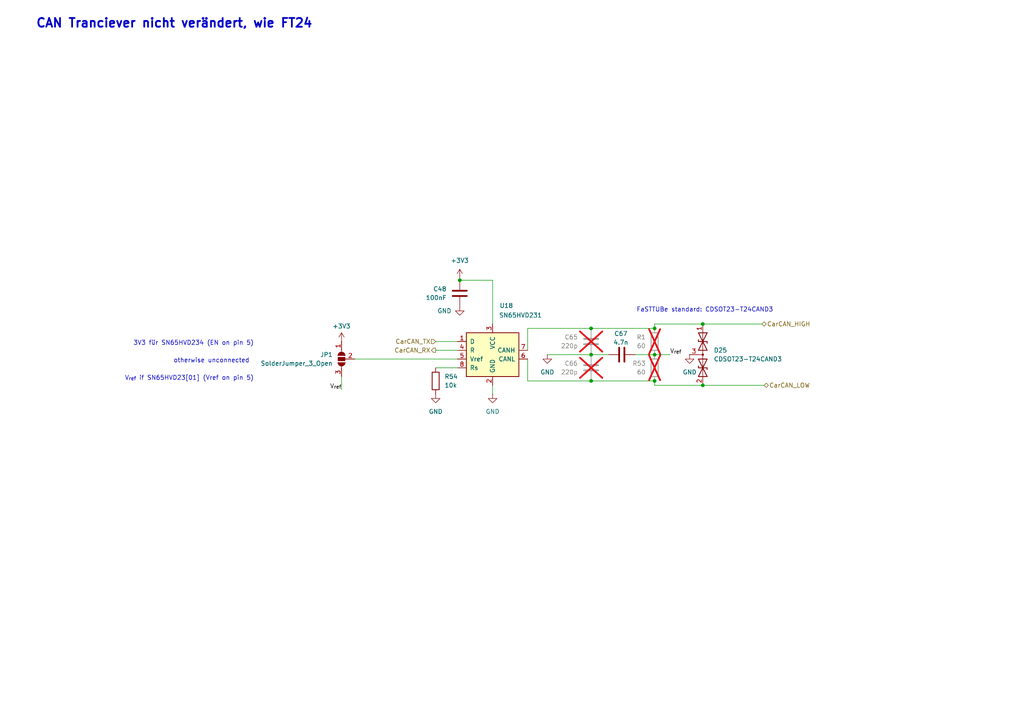
<source format=kicad_sch>
(kicad_sch
	(version 20231120)
	(generator "eeschema")
	(generator_version "8.0")
	(uuid "9190c4c5-63e1-4629-8db2-dfb6366efa21")
	(paper "A4")
	(lib_symbols
		(symbol "Device:C"
			(pin_numbers hide)
			(pin_names
				(offset 0.254)
			)
			(exclude_from_sim no)
			(in_bom yes)
			(on_board yes)
			(property "Reference" "C"
				(at 0.635 2.54 0)
				(effects
					(font
						(size 1.27 1.27)
					)
					(justify left)
				)
			)
			(property "Value" "C"
				(at 0.635 -2.54 0)
				(effects
					(font
						(size 1.27 1.27)
					)
					(justify left)
				)
			)
			(property "Footprint" ""
				(at 0.9652 -3.81 0)
				(effects
					(font
						(size 1.27 1.27)
					)
					(hide yes)
				)
			)
			(property "Datasheet" "~"
				(at 0 0 0)
				(effects
					(font
						(size 1.27 1.27)
					)
					(hide yes)
				)
			)
			(property "Description" "Unpolarized capacitor"
				(at 0 0 0)
				(effects
					(font
						(size 1.27 1.27)
					)
					(hide yes)
				)
			)
			(property "ki_keywords" "cap capacitor"
				(at 0 0 0)
				(effects
					(font
						(size 1.27 1.27)
					)
					(hide yes)
				)
			)
			(property "ki_fp_filters" "C_*"
				(at 0 0 0)
				(effects
					(font
						(size 1.27 1.27)
					)
					(hide yes)
				)
			)
			(symbol "C_0_1"
				(polyline
					(pts
						(xy -2.032 -0.762) (xy 2.032 -0.762)
					)
					(stroke
						(width 0.508)
						(type default)
					)
					(fill
						(type none)
					)
				)
				(polyline
					(pts
						(xy -2.032 0.762) (xy 2.032 0.762)
					)
					(stroke
						(width 0.508)
						(type default)
					)
					(fill
						(type none)
					)
				)
			)
			(symbol "C_1_1"
				(pin passive line
					(at 0 3.81 270)
					(length 2.794)
					(name "~"
						(effects
							(font
								(size 1.27 1.27)
							)
						)
					)
					(number "1"
						(effects
							(font
								(size 1.27 1.27)
							)
						)
					)
				)
				(pin passive line
					(at 0 -3.81 90)
					(length 2.794)
					(name "~"
						(effects
							(font
								(size 1.27 1.27)
							)
						)
					)
					(number "2"
						(effects
							(font
								(size 1.27 1.27)
							)
						)
					)
				)
			)
		)
		(symbol "Device:D_TVS_Dual_AAC"
			(pin_names
				(offset 1.016) hide)
			(exclude_from_sim no)
			(in_bom yes)
			(on_board yes)
			(property "Reference" "D"
				(at 0 4.445 0)
				(effects
					(font
						(size 1.27 1.27)
					)
				)
			)
			(property "Value" "D_TVS_Dual_AAC"
				(at 0 2.54 0)
				(effects
					(font
						(size 1.27 1.27)
					)
				)
			)
			(property "Footprint" ""
				(at -3.81 0 0)
				(effects
					(font
						(size 1.27 1.27)
					)
					(hide yes)
				)
			)
			(property "Datasheet" "~"
				(at -3.81 0 0)
				(effects
					(font
						(size 1.27 1.27)
					)
					(hide yes)
				)
			)
			(property "Description" "Bidirectional dual transient-voltage-suppression diode, center on pin 3"
				(at 0 0 0)
				(effects
					(font
						(size 1.27 1.27)
					)
					(hide yes)
				)
			)
			(property "ki_keywords" "diode TVS thyrector"
				(at 0 0 0)
				(effects
					(font
						(size 1.27 1.27)
					)
					(hide yes)
				)
			)
			(symbol "D_TVS_Dual_AAC_0_0"
				(polyline
					(pts
						(xy 0 -1.27) (xy 0 0)
					)
					(stroke
						(width 0)
						(type default)
					)
					(fill
						(type none)
					)
				)
			)
			(symbol "D_TVS_Dual_AAC_0_1"
				(polyline
					(pts
						(xy -6.35 0) (xy 6.35 0)
					)
					(stroke
						(width 0)
						(type default)
					)
					(fill
						(type none)
					)
				)
				(polyline
					(pts
						(xy -3.302 1.27) (xy -3.81 1.27) (xy -3.81 -1.27) (xy -4.318 -1.27)
					)
					(stroke
						(width 0.254)
						(type default)
					)
					(fill
						(type none)
					)
				)
				(polyline
					(pts
						(xy 4.318 1.27) (xy 3.81 1.27) (xy 3.81 -1.27) (xy 3.302 -1.27)
					)
					(stroke
						(width 0.254)
						(type default)
					)
					(fill
						(type none)
					)
				)
				(polyline
					(pts
						(xy -6.35 1.27) (xy -1.27 -1.27) (xy -1.27 1.27) (xy -6.35 -1.27) (xy -6.35 1.27)
					)
					(stroke
						(width 0.254)
						(type default)
					)
					(fill
						(type none)
					)
				)
				(polyline
					(pts
						(xy 6.35 1.27) (xy 1.27 -1.27) (xy 1.27 1.27) (xy 6.35 -1.27) (xy 6.35 1.27)
					)
					(stroke
						(width 0.254)
						(type default)
					)
					(fill
						(type none)
					)
				)
				(circle
					(center 0 0)
					(radius 0.254)
					(stroke
						(width 0)
						(type default)
					)
					(fill
						(type outline)
					)
				)
			)
			(symbol "D_TVS_Dual_AAC_1_1"
				(pin passive line
					(at -8.89 0 0)
					(length 2.54)
					(name "A1"
						(effects
							(font
								(size 1.27 1.27)
							)
						)
					)
					(number "1"
						(effects
							(font
								(size 1.27 1.27)
							)
						)
					)
				)
				(pin passive line
					(at 8.89 0 180)
					(length 2.54)
					(name "A2"
						(effects
							(font
								(size 1.27 1.27)
							)
						)
					)
					(number "2"
						(effects
							(font
								(size 1.27 1.27)
							)
						)
					)
				)
				(pin passive line
					(at 0 -3.81 90)
					(length 2.54)
					(name "common"
						(effects
							(font
								(size 1.27 1.27)
							)
						)
					)
					(number "3"
						(effects
							(font
								(size 1.27 1.27)
							)
						)
					)
				)
			)
		)
		(symbol "Device:R"
			(pin_numbers hide)
			(pin_names
				(offset 0)
			)
			(exclude_from_sim no)
			(in_bom yes)
			(on_board yes)
			(property "Reference" "R"
				(at 2.032 0 90)
				(effects
					(font
						(size 1.27 1.27)
					)
				)
			)
			(property "Value" "R"
				(at 0 0 90)
				(effects
					(font
						(size 1.27 1.27)
					)
				)
			)
			(property "Footprint" ""
				(at -1.778 0 90)
				(effects
					(font
						(size 1.27 1.27)
					)
					(hide yes)
				)
			)
			(property "Datasheet" "~"
				(at 0 0 0)
				(effects
					(font
						(size 1.27 1.27)
					)
					(hide yes)
				)
			)
			(property "Description" "Resistor"
				(at 0 0 0)
				(effects
					(font
						(size 1.27 1.27)
					)
					(hide yes)
				)
			)
			(property "ki_keywords" "R res resistor"
				(at 0 0 0)
				(effects
					(font
						(size 1.27 1.27)
					)
					(hide yes)
				)
			)
			(property "ki_fp_filters" "R_*"
				(at 0 0 0)
				(effects
					(font
						(size 1.27 1.27)
					)
					(hide yes)
				)
			)
			(symbol "R_0_1"
				(rectangle
					(start -1.016 -2.54)
					(end 1.016 2.54)
					(stroke
						(width 0.254)
						(type default)
					)
					(fill
						(type none)
					)
				)
			)
			(symbol "R_1_1"
				(pin passive line
					(at 0 3.81 270)
					(length 1.27)
					(name "~"
						(effects
							(font
								(size 1.27 1.27)
							)
						)
					)
					(number "1"
						(effects
							(font
								(size 1.27 1.27)
							)
						)
					)
				)
				(pin passive line
					(at 0 -3.81 90)
					(length 1.27)
					(name "~"
						(effects
							(font
								(size 1.27 1.27)
							)
						)
					)
					(number "2"
						(effects
							(font
								(size 1.27 1.27)
							)
						)
					)
				)
			)
		)
		(symbol "Interface_CAN_LIN:SN65HVD231"
			(pin_names
				(offset 1.016)
			)
			(exclude_from_sim no)
			(in_bom yes)
			(on_board yes)
			(property "Reference" "U"
				(at -2.54 10.16 0)
				(effects
					(font
						(size 1.27 1.27)
					)
					(justify right)
				)
			)
			(property "Value" "SN65HVD231"
				(at -2.54 7.62 0)
				(effects
					(font
						(size 1.27 1.27)
					)
					(justify right)
				)
			)
			(property "Footprint" "Package_SO:SOIC-8_3.9x4.9mm_P1.27mm"
				(at 0 -12.7 0)
				(effects
					(font
						(size 1.27 1.27)
					)
					(hide yes)
				)
			)
			(property "Datasheet" "http://www.ti.com/lit/ds/symlink/sn65hvd230.pdf"
				(at -2.54 10.16 0)
				(effects
					(font
						(size 1.27 1.27)
					)
					(hide yes)
				)
			)
			(property "Description" "CAN Bus Transceivers, 3.3V, 1Mbps,Ultra Low-Power capabilities, SOIC-8"
				(at 0 0 0)
				(effects
					(font
						(size 1.27 1.27)
					)
					(hide yes)
				)
			)
			(property "ki_keywords" "can transeiver ti ulp low-power"
				(at 0 0 0)
				(effects
					(font
						(size 1.27 1.27)
					)
					(hide yes)
				)
			)
			(property "ki_fp_filters" "SOIC*3.9x4.9mm*P1.27mm*"
				(at 0 0 0)
				(effects
					(font
						(size 1.27 1.27)
					)
					(hide yes)
				)
			)
			(symbol "SN65HVD231_0_1"
				(rectangle
					(start -7.62 5.08)
					(end 7.62 -7.62)
					(stroke
						(width 0.254)
						(type default)
					)
					(fill
						(type background)
					)
				)
			)
			(symbol "SN65HVD231_1_1"
				(pin input line
					(at -10.16 2.54 0)
					(length 2.54)
					(name "D"
						(effects
							(font
								(size 1.27 1.27)
							)
						)
					)
					(number "1"
						(effects
							(font
								(size 1.27 1.27)
							)
						)
					)
				)
				(pin power_in line
					(at 0 -10.16 90)
					(length 2.54)
					(name "GND"
						(effects
							(font
								(size 1.27 1.27)
							)
						)
					)
					(number "2"
						(effects
							(font
								(size 1.27 1.27)
							)
						)
					)
				)
				(pin power_in line
					(at 0 7.62 270)
					(length 2.54)
					(name "VCC"
						(effects
							(font
								(size 1.27 1.27)
							)
						)
					)
					(number "3"
						(effects
							(font
								(size 1.27 1.27)
							)
						)
					)
				)
				(pin output line
					(at -10.16 0 0)
					(length 2.54)
					(name "R"
						(effects
							(font
								(size 1.27 1.27)
							)
						)
					)
					(number "4"
						(effects
							(font
								(size 1.27 1.27)
							)
						)
					)
				)
				(pin output line
					(at -10.16 -2.54 0)
					(length 2.54)
					(name "Vref"
						(effects
							(font
								(size 1.27 1.27)
							)
						)
					)
					(number "5"
						(effects
							(font
								(size 1.27 1.27)
							)
						)
					)
				)
				(pin bidirectional line
					(at 10.16 -2.54 180)
					(length 2.54)
					(name "CANL"
						(effects
							(font
								(size 1.27 1.27)
							)
						)
					)
					(number "6"
						(effects
							(font
								(size 1.27 1.27)
							)
						)
					)
				)
				(pin bidirectional line
					(at 10.16 0 180)
					(length 2.54)
					(name "CANH"
						(effects
							(font
								(size 1.27 1.27)
							)
						)
					)
					(number "7"
						(effects
							(font
								(size 1.27 1.27)
							)
						)
					)
				)
				(pin input line
					(at -10.16 -5.08 0)
					(length 2.54)
					(name "Rs"
						(effects
							(font
								(size 1.27 1.27)
							)
						)
					)
					(number "8"
						(effects
							(font
								(size 1.27 1.27)
							)
						)
					)
				)
			)
		)
		(symbol "Jumper:SolderJumper_3_Open"
			(pin_names
				(offset 0) hide)
			(exclude_from_sim no)
			(in_bom yes)
			(on_board yes)
			(property "Reference" "JP"
				(at -2.54 -2.54 0)
				(effects
					(font
						(size 1.27 1.27)
					)
				)
			)
			(property "Value" "SolderJumper_3_Open"
				(at 0 2.794 0)
				(effects
					(font
						(size 1.27 1.27)
					)
				)
			)
			(property "Footprint" ""
				(at 0 0 0)
				(effects
					(font
						(size 1.27 1.27)
					)
					(hide yes)
				)
			)
			(property "Datasheet" "~"
				(at 0 0 0)
				(effects
					(font
						(size 1.27 1.27)
					)
					(hide yes)
				)
			)
			(property "Description" "Solder Jumper, 3-pole, open"
				(at 0 0 0)
				(effects
					(font
						(size 1.27 1.27)
					)
					(hide yes)
				)
			)
			(property "ki_keywords" "Solder Jumper SPDT"
				(at 0 0 0)
				(effects
					(font
						(size 1.27 1.27)
					)
					(hide yes)
				)
			)
			(property "ki_fp_filters" "SolderJumper*Open*"
				(at 0 0 0)
				(effects
					(font
						(size 1.27 1.27)
					)
					(hide yes)
				)
			)
			(symbol "SolderJumper_3_Open_0_1"
				(arc
					(start -1.016 1.016)
					(mid -2.0276 0)
					(end -1.016 -1.016)
					(stroke
						(width 0)
						(type default)
					)
					(fill
						(type none)
					)
				)
				(arc
					(start -1.016 1.016)
					(mid -2.0276 0)
					(end -1.016 -1.016)
					(stroke
						(width 0)
						(type default)
					)
					(fill
						(type outline)
					)
				)
				(rectangle
					(start -0.508 1.016)
					(end 0.508 -1.016)
					(stroke
						(width 0)
						(type default)
					)
					(fill
						(type outline)
					)
				)
				(polyline
					(pts
						(xy -2.54 0) (xy -2.032 0)
					)
					(stroke
						(width 0)
						(type default)
					)
					(fill
						(type none)
					)
				)
				(polyline
					(pts
						(xy -1.016 1.016) (xy -1.016 -1.016)
					)
					(stroke
						(width 0)
						(type default)
					)
					(fill
						(type none)
					)
				)
				(polyline
					(pts
						(xy 0 -1.27) (xy 0 -1.016)
					)
					(stroke
						(width 0)
						(type default)
					)
					(fill
						(type none)
					)
				)
				(polyline
					(pts
						(xy 1.016 1.016) (xy 1.016 -1.016)
					)
					(stroke
						(width 0)
						(type default)
					)
					(fill
						(type none)
					)
				)
				(polyline
					(pts
						(xy 2.54 0) (xy 2.032 0)
					)
					(stroke
						(width 0)
						(type default)
					)
					(fill
						(type none)
					)
				)
				(arc
					(start 1.016 -1.016)
					(mid 2.0276 0)
					(end 1.016 1.016)
					(stroke
						(width 0)
						(type default)
					)
					(fill
						(type none)
					)
				)
				(arc
					(start 1.016 -1.016)
					(mid 2.0276 0)
					(end 1.016 1.016)
					(stroke
						(width 0)
						(type default)
					)
					(fill
						(type outline)
					)
				)
			)
			(symbol "SolderJumper_3_Open_1_1"
				(pin passive line
					(at -5.08 0 0)
					(length 2.54)
					(name "A"
						(effects
							(font
								(size 1.27 1.27)
							)
						)
					)
					(number "1"
						(effects
							(font
								(size 1.27 1.27)
							)
						)
					)
				)
				(pin passive line
					(at 0 -3.81 90)
					(length 2.54)
					(name "C"
						(effects
							(font
								(size 1.27 1.27)
							)
						)
					)
					(number "2"
						(effects
							(font
								(size 1.27 1.27)
							)
						)
					)
				)
				(pin passive line
					(at 5.08 0 180)
					(length 2.54)
					(name "B"
						(effects
							(font
								(size 1.27 1.27)
							)
						)
					)
					(number "3"
						(effects
							(font
								(size 1.27 1.27)
							)
						)
					)
				)
			)
		)
		(symbol "power:+3V3"
			(power)
			(pin_numbers hide)
			(pin_names
				(offset 0) hide)
			(exclude_from_sim no)
			(in_bom yes)
			(on_board yes)
			(property "Reference" "#PWR"
				(at 0 -3.81 0)
				(effects
					(font
						(size 1.27 1.27)
					)
					(hide yes)
				)
			)
			(property "Value" "+3V3"
				(at 0 3.556 0)
				(effects
					(font
						(size 1.27 1.27)
					)
				)
			)
			(property "Footprint" ""
				(at 0 0 0)
				(effects
					(font
						(size 1.27 1.27)
					)
					(hide yes)
				)
			)
			(property "Datasheet" ""
				(at 0 0 0)
				(effects
					(font
						(size 1.27 1.27)
					)
					(hide yes)
				)
			)
			(property "Description" "Power symbol creates a global label with name \"+3V3\""
				(at 0 0 0)
				(effects
					(font
						(size 1.27 1.27)
					)
					(hide yes)
				)
			)
			(property "ki_keywords" "global power"
				(at 0 0 0)
				(effects
					(font
						(size 1.27 1.27)
					)
					(hide yes)
				)
			)
			(symbol "+3V3_0_1"
				(polyline
					(pts
						(xy -0.762 1.27) (xy 0 2.54)
					)
					(stroke
						(width 0)
						(type default)
					)
					(fill
						(type none)
					)
				)
				(polyline
					(pts
						(xy 0 0) (xy 0 2.54)
					)
					(stroke
						(width 0)
						(type default)
					)
					(fill
						(type none)
					)
				)
				(polyline
					(pts
						(xy 0 2.54) (xy 0.762 1.27)
					)
					(stroke
						(width 0)
						(type default)
					)
					(fill
						(type none)
					)
				)
			)
			(symbol "+3V3_1_1"
				(pin power_in line
					(at 0 0 90)
					(length 0)
					(name "~"
						(effects
							(font
								(size 1.27 1.27)
							)
						)
					)
					(number "1"
						(effects
							(font
								(size 1.27 1.27)
							)
						)
					)
				)
			)
		)
		(symbol "power:GND"
			(power)
			(pin_numbers hide)
			(pin_names
				(offset 0) hide)
			(exclude_from_sim no)
			(in_bom yes)
			(on_board yes)
			(property "Reference" "#PWR"
				(at 0 -6.35 0)
				(effects
					(font
						(size 1.27 1.27)
					)
					(hide yes)
				)
			)
			(property "Value" "GND"
				(at 0 -3.81 0)
				(effects
					(font
						(size 1.27 1.27)
					)
				)
			)
			(property "Footprint" ""
				(at 0 0 0)
				(effects
					(font
						(size 1.27 1.27)
					)
					(hide yes)
				)
			)
			(property "Datasheet" ""
				(at 0 0 0)
				(effects
					(font
						(size 1.27 1.27)
					)
					(hide yes)
				)
			)
			(property "Description" "Power symbol creates a global label with name \"GND\" , ground"
				(at 0 0 0)
				(effects
					(font
						(size 1.27 1.27)
					)
					(hide yes)
				)
			)
			(property "ki_keywords" "global power"
				(at 0 0 0)
				(effects
					(font
						(size 1.27 1.27)
					)
					(hide yes)
				)
			)
			(symbol "GND_0_1"
				(polyline
					(pts
						(xy 0 0) (xy 0 -1.27) (xy 1.27 -1.27) (xy 0 -2.54) (xy -1.27 -1.27) (xy 0 -1.27)
					)
					(stroke
						(width 0)
						(type default)
					)
					(fill
						(type none)
					)
				)
			)
			(symbol "GND_1_1"
				(pin power_in line
					(at 0 0 270)
					(length 0)
					(name "~"
						(effects
							(font
								(size 1.27 1.27)
							)
						)
					)
					(number "1"
						(effects
							(font
								(size 1.27 1.27)
							)
						)
					)
				)
			)
		)
	)
	(junction
		(at 189.865 95.25)
		(diameter 0)
		(color 0 0 0 0)
		(uuid "6692643b-1551-4d66-b59f-1f19cbbd50c2")
	)
	(junction
		(at 203.835 111.76)
		(diameter 0)
		(color 0 0 0 0)
		(uuid "7b872a2b-fa11-42f6-a519-5832243ad2bc")
	)
	(junction
		(at 171.45 110.49)
		(diameter 0)
		(color 0 0 0 0)
		(uuid "7f844039-f341-4916-8ad7-d5c2f6755edc")
	)
	(junction
		(at 189.865 110.49)
		(diameter 0)
		(color 0 0 0 0)
		(uuid "ab67573d-e89a-4b61-a577-44839879fc81")
	)
	(junction
		(at 171.45 95.25)
		(diameter 0)
		(color 0 0 0 0)
		(uuid "d9080f43-9120-4e40-8b0c-171671113df6")
	)
	(junction
		(at 171.45 102.87)
		(diameter 0)
		(color 0 0 0 0)
		(uuid "e945b967-bd89-4cc5-9ddf-3789f188e66d")
	)
	(junction
		(at 133.35 81.28)
		(diameter 0)
		(color 0 0 0 0)
		(uuid "efb45b70-fefd-4fb9-948e-a1d098d32e79")
	)
	(junction
		(at 189.865 102.87)
		(diameter 0)
		(color 0 0 0 0)
		(uuid "f3e19f54-f172-4ec0-96ca-64bd651ebac6")
	)
	(junction
		(at 203.835 93.98)
		(diameter 0)
		(color 0 0 0 0)
		(uuid "fe73dd1e-39d5-4d14-80bf-0cfe51662d16")
	)
	(wire
		(pts
			(xy 189.865 110.49) (xy 171.45 110.49)
		)
		(stroke
			(width 0)
			(type default)
		)
		(uuid "00058622-198e-4754-8935-908fd8a67b6b")
	)
	(wire
		(pts
			(xy 126.365 99.06) (xy 132.715 99.06)
		)
		(stroke
			(width 0)
			(type default)
		)
		(uuid "0a642ddc-2a4b-4f45-bac1-166a67596ab3")
	)
	(wire
		(pts
			(xy 99.06 113.03) (xy 99.06 109.22)
		)
		(stroke
			(width 0)
			(type default)
		)
		(uuid "24d23dbf-4be8-4ef6-a8f2-8a9fc95a0ed7")
	)
	(wire
		(pts
			(xy 142.875 114.3) (xy 142.875 111.76)
		)
		(stroke
			(width 0)
			(type default)
		)
		(uuid "5722a3b5-3b54-48b0-aa35-231d64435cfa")
	)
	(wire
		(pts
			(xy 176.53 102.87) (xy 171.45 102.87)
		)
		(stroke
			(width 0)
			(type default)
		)
		(uuid "59b5244d-2a9f-4a60-9dc9-7eb2f432075c")
	)
	(wire
		(pts
			(xy 132.715 104.14) (xy 102.87 104.14)
		)
		(stroke
			(width 0)
			(type default)
		)
		(uuid "5abf4ead-bb88-475c-9594-1de13d37914f")
	)
	(wire
		(pts
			(xy 194.31 102.87) (xy 189.865 102.87)
		)
		(stroke
			(width 0)
			(type default)
		)
		(uuid "61275da5-4cf8-4e46-8569-940c9894815d")
	)
	(wire
		(pts
			(xy 153.035 110.49) (xy 171.45 110.49)
		)
		(stroke
			(width 0)
			(type default)
		)
		(uuid "7013c017-2961-4a31-8e89-b37f84dd4bd1")
	)
	(wire
		(pts
			(xy 203.835 93.98) (xy 220.98 93.98)
		)
		(stroke
			(width 0)
			(type default)
		)
		(uuid "71e7b61d-68d4-4984-aee0-06fa3f98f353")
	)
	(wire
		(pts
			(xy 126.365 101.6) (xy 132.715 101.6)
		)
		(stroke
			(width 0)
			(type default)
		)
		(uuid "72c694d5-903b-4575-9426-619ca646785a")
	)
	(wire
		(pts
			(xy 153.035 104.14) (xy 153.035 110.49)
		)
		(stroke
			(width 0)
			(type default)
		)
		(uuid "7e25e8ff-0187-44f9-935e-cd67102f21b1")
	)
	(wire
		(pts
			(xy 189.865 93.98) (xy 189.865 95.25)
		)
		(stroke
			(width 0)
			(type default)
		)
		(uuid "86eb5745-e891-48b3-90cc-e801b540421b")
	)
	(wire
		(pts
			(xy 133.35 80.645) (xy 133.35 81.28)
		)
		(stroke
			(width 0)
			(type default)
		)
		(uuid "9597851a-1b48-4ef5-acd1-6f2079666d7b")
	)
	(wire
		(pts
			(xy 189.865 111.76) (xy 203.835 111.76)
		)
		(stroke
			(width 0)
			(type default)
		)
		(uuid "9739c444-5a72-4273-8557-260e467709e6")
	)
	(wire
		(pts
			(xy 126.365 106.68) (xy 132.715 106.68)
		)
		(stroke
			(width 0)
			(type default)
		)
		(uuid "a24946ae-0fc3-425c-80cb-259505702da1")
	)
	(wire
		(pts
			(xy 171.45 102.87) (xy 158.75 102.87)
		)
		(stroke
			(width 0)
			(type default)
		)
		(uuid "a562c59c-ad59-4046-b540-ffee51a6fb18")
	)
	(wire
		(pts
			(xy 189.865 102.87) (xy 184.15 102.87)
		)
		(stroke
			(width 0)
			(type default)
		)
		(uuid "ad32708c-9c5a-4266-86f2-d87dd9d0506f")
	)
	(wire
		(pts
			(xy 203.835 111.76) (xy 221.615 111.76)
		)
		(stroke
			(width 0)
			(type default)
		)
		(uuid "c209a855-38d4-40b8-a44f-b27e1c2929ad")
	)
	(wire
		(pts
			(xy 142.875 81.28) (xy 133.35 81.28)
		)
		(stroke
			(width 0)
			(type default)
		)
		(uuid "c29e2090-fe04-4e1f-a68b-4722bd49130d")
	)
	(wire
		(pts
			(xy 189.865 95.25) (xy 171.45 95.25)
		)
		(stroke
			(width 0)
			(type default)
		)
		(uuid "c75424c7-90c6-463b-bb60-9cfe6edd0235")
	)
	(wire
		(pts
			(xy 142.875 81.28) (xy 142.875 93.98)
		)
		(stroke
			(width 0)
			(type default)
		)
		(uuid "cfcc4794-a4b3-4524-b532-616137ba3905")
	)
	(wire
		(pts
			(xy 189.865 111.76) (xy 189.865 110.49)
		)
		(stroke
			(width 0)
			(type default)
		)
		(uuid "d02c2a9a-5567-4e7a-bfe3-25206928e679")
	)
	(wire
		(pts
			(xy 153.035 101.6) (xy 153.035 95.25)
		)
		(stroke
			(width 0)
			(type default)
		)
		(uuid "ec49d497-9763-4eaa-973e-5034f6b1ddf7")
	)
	(wire
		(pts
			(xy 153.035 95.25) (xy 171.45 95.25)
		)
		(stroke
			(width 0)
			(type default)
		)
		(uuid "f0bb57a0-72c6-40f5-8a79-8b03d341ac77")
	)
	(wire
		(pts
			(xy 189.865 93.98) (xy 203.835 93.98)
		)
		(stroke
			(width 0)
			(type default)
		)
		(uuid "ff5d752d-5116-4a78-82e8-9e9d7f7bb98f")
	)
	(text "FaSTTUBe standard: CDSOT23-T24CAND3"
		(exclude_from_sim no)
		(at 224.282 90.678 0)
		(effects
			(font
				(size 1.27 1.27)
			)
			(justify right bottom)
		)
		(uuid "44d782a2-460b-4a59-b935-b124107f5fb1")
	)
	(text "otherwise unconnected"
		(exclude_from_sim no)
		(at 72.39 105.41 0)
		(effects
			(font
				(size 1.27 1.27)
			)
			(justify right bottom)
		)
		(uuid "48bfe87c-ff6c-4fd1-bd68-38b5ed3f39d4")
	)
	(text "V_{ref} if SN65HVD23[01] (Vref on pin 5)"
		(exclude_from_sim no)
		(at 73.66 110.49 0)
		(effects
			(font
				(size 1.27 1.27)
			)
			(justify right bottom)
		)
		(uuid "53319007-0eda-4ee5-b56d-1b3aea1c3852")
	)
	(text "CAN Tranciever nicht verändert, wie FT24"
		(exclude_from_sim no)
		(at 50.546 6.858 0)
		(effects
			(font
				(size 2.54 2.54)
				(thickness 0.508)
				(bold yes)
			)
		)
		(uuid "7c4c10d3-d0e5-45ad-b1fb-4cb57f65a9d4")
	)
	(text "3V3 für SN65HVD234 (EN on pin 5)"
		(exclude_from_sim no)
		(at 73.66 100.33 0)
		(effects
			(font
				(size 1.27 1.27)
			)
			(justify right bottom)
		)
		(uuid "a8d198a1-8728-4bad-b68e-8cc78e48069b")
	)
	(label "V_{ref}"
		(at 194.31 102.87 0)
		(fields_autoplaced yes)
		(effects
			(font
				(size 1.27 1.27)
			)
			(justify left bottom)
		)
		(uuid "4c570200-f3de-4c84-8e7c-84c2eb880ab7")
	)
	(label "V_{ref}"
		(at 99.06 113.03 180)
		(fields_autoplaced yes)
		(effects
			(font
				(size 1.27 1.27)
			)
			(justify right bottom)
		)
		(uuid "af217c06-2e82-447d-8e94-464b9f4c363f")
	)
	(hierarchical_label "CarCAN_HIGH"
		(shape bidirectional)
		(at 220.98 93.98 0)
		(fields_autoplaced yes)
		(effects
			(font
				(size 1.27 1.27)
			)
			(justify left)
		)
		(uuid "8b02c736-149c-4b2d-9487-e5bcf38bcc5c")
	)
	(hierarchical_label "CarCAN_RX"
		(shape output)
		(at 126.365 101.6 180)
		(fields_autoplaced yes)
		(effects
			(font
				(size 1.27 1.27)
			)
			(justify right)
		)
		(uuid "c1249ca2-0c12-4cbf-aaad-b24c0088b4c7")
	)
	(hierarchical_label "CarCAN_TX"
		(shape input)
		(at 126.365 99.06 180)
		(fields_autoplaced yes)
		(effects
			(font
				(size 1.27 1.27)
			)
			(justify right)
		)
		(uuid "ca222747-e7d9-4f39-af2b-9b0b1a10f1f2")
	)
	(hierarchical_label "CarCAN_LOW"
		(shape bidirectional)
		(at 221.615 111.76 0)
		(fields_autoplaced yes)
		(effects
			(font
				(size 1.27 1.27)
			)
			(justify left)
		)
		(uuid "e745baf4-05fb-471c-8b09-51a7c8aa07e8")
	)
	(symbol
		(lib_id "Jumper:SolderJumper_3_Open")
		(at 99.06 104.14 90)
		(mirror x)
		(unit 1)
		(exclude_from_sim no)
		(in_bom yes)
		(on_board yes)
		(dnp no)
		(fields_autoplaced yes)
		(uuid "18943896-06a5-44c9-a8d3-0357a6a00c95")
		(property "Reference" "JP1"
			(at 96.52 102.87 90)
			(effects
				(font
					(size 1.27 1.27)
				)
				(justify left)
			)
		)
		(property "Value" "SolderJumper_3_Open"
			(at 96.52 105.41 90)
			(effects
				(font
					(size 1.27 1.27)
				)
				(justify left)
			)
		)
		(property "Footprint" "Jumper:SolderJumper-3_P1.3mm_Open_RoundedPad1.0x1.5mm_NumberLabels"
			(at 99.06 104.14 0)
			(effects
				(font
					(size 1.27 1.27)
				)
				(hide yes)
			)
		)
		(property "Datasheet" "~"
			(at 99.06 104.14 0)
			(effects
				(font
					(size 1.27 1.27)
				)
				(hide yes)
			)
		)
		(property "Description" "Solder Jumper, 3-pole, open"
			(at 99.06 104.14 0)
			(effects
				(font
					(size 1.27 1.27)
				)
				(hide yes)
			)
		)
		(pin "1"
			(uuid "6d811a15-8f68-4739-b293-5389977f501a")
		)
		(pin "3"
			(uuid "9931da91-7942-4f67-892f-68bd74d089c2")
		)
		(pin "2"
			(uuid "e6878797-80a1-47f3-ae49-f1e7cf13af9e")
		)
		(instances
			(project "LVBMS"
				(path "/7e6153c6-9bda-478e-a814-ab2130d6c479/f78e2f7e-5dea-4de6-be8c-813a31e136da"
					(reference "JP1")
					(unit 1)
				)
			)
			(project "Master_FT25"
				(path "/e63e39d7-6ac0-4ffd-8aa3-1841a4541b55/c358f375-f19f-4341-b85b-3ee34c210f74"
					(reference "JP1")
					(unit 1)
				)
			)
		)
	)
	(symbol
		(lib_id "Device:R")
		(at 189.865 99.06 0)
		(mirror y)
		(unit 1)
		(exclude_from_sim no)
		(in_bom yes)
		(on_board yes)
		(dnp yes)
		(fields_autoplaced yes)
		(uuid "1c003fe5-e3a4-4184-a998-4f714ade162e")
		(property "Reference" "R1"
			(at 187.325 97.79 0)
			(effects
				(font
					(size 1.27 1.27)
				)
				(justify left)
			)
		)
		(property "Value" "60"
			(at 187.325 100.33 0)
			(effects
				(font
					(size 1.27 1.27)
				)
				(justify left)
			)
		)
		(property "Footprint" "Resistor_SMD:R_0603_1608Metric"
			(at 191.643 99.06 90)
			(effects
				(font
					(size 1.27 1.27)
				)
				(hide yes)
			)
		)
		(property "Datasheet" "~"
			(at 189.865 99.06 0)
			(effects
				(font
					(size 1.27 1.27)
				)
				(hide yes)
			)
		)
		(property "Description" "Resistor"
			(at 189.865 99.06 0)
			(effects
				(font
					(size 1.27 1.27)
				)
				(hide yes)
			)
		)
		(pin "2"
			(uuid "0c2cc6b5-7b08-44f6-bb31-4a2ff08f3862")
		)
		(pin "1"
			(uuid "dc4db02d-a65a-4353-8e19-a15d57790fe3")
		)
		(instances
			(project "LVBMS"
				(path "/7e6153c6-9bda-478e-a814-ab2130d6c479/f78e2f7e-5dea-4de6-be8c-813a31e136da"
					(reference "R1")
					(unit 1)
				)
			)
			(project "Master_FT25"
				(path "/e63e39d7-6ac0-4ffd-8aa3-1841a4541b55/c358f375-f19f-4341-b85b-3ee34c210f74"
					(reference "R81")
					(unit 1)
				)
			)
		)
	)
	(symbol
		(lib_id "Device:R")
		(at 189.865 106.68 0)
		(mirror y)
		(unit 1)
		(exclude_from_sim no)
		(in_bom yes)
		(on_board yes)
		(dnp yes)
		(fields_autoplaced yes)
		(uuid "2438df63-da0c-4b58-ae0e-521a88cc0d2d")
		(property "Reference" "R53"
			(at 187.325 105.41 0)
			(effects
				(font
					(size 1.27 1.27)
				)
				(justify left)
			)
		)
		(property "Value" "60"
			(at 187.325 107.95 0)
			(effects
				(font
					(size 1.27 1.27)
				)
				(justify left)
			)
		)
		(property "Footprint" "Resistor_SMD:R_0603_1608Metric"
			(at 191.643 106.68 90)
			(effects
				(font
					(size 1.27 1.27)
				)
				(hide yes)
			)
		)
		(property "Datasheet" "~"
			(at 189.865 106.68 0)
			(effects
				(font
					(size 1.27 1.27)
				)
				(hide yes)
			)
		)
		(property "Description" "Resistor"
			(at 189.865 106.68 0)
			(effects
				(font
					(size 1.27 1.27)
				)
				(hide yes)
			)
		)
		(pin "2"
			(uuid "fbd9dd58-ddcf-4a16-aec8-4c3da3642204")
		)
		(pin "1"
			(uuid "05726693-bd5f-449f-a7e0-2d9d1731800c")
		)
		(instances
			(project "LVBMS"
				(path "/7e6153c6-9bda-478e-a814-ab2130d6c479/f78e2f7e-5dea-4de6-be8c-813a31e136da"
					(reference "R53")
					(unit 1)
				)
			)
			(project "Master_FT25"
				(path "/e63e39d7-6ac0-4ffd-8aa3-1841a4541b55/c358f375-f19f-4341-b85b-3ee34c210f74"
					(reference "R82")
					(unit 1)
				)
			)
		)
	)
	(symbol
		(lib_id "Device:C")
		(at 171.45 106.68 0)
		(mirror y)
		(unit 1)
		(exclude_from_sim no)
		(in_bom yes)
		(on_board yes)
		(dnp yes)
		(fields_autoplaced yes)
		(uuid "24d4ddec-d34a-4ce6-915e-c1265553690c")
		(property "Reference" "C66"
			(at 167.64 105.41 0)
			(effects
				(font
					(size 1.27 1.27)
				)
				(justify left)
			)
		)
		(property "Value" "220p"
			(at 167.64 107.95 0)
			(effects
				(font
					(size 1.27 1.27)
				)
				(justify left)
			)
		)
		(property "Footprint" "Capacitor_SMD:C_0603_1608Metric"
			(at 170.4848 110.49 0)
			(effects
				(font
					(size 1.27 1.27)
				)
				(hide yes)
			)
		)
		(property "Datasheet" "~"
			(at 171.45 106.68 0)
			(effects
				(font
					(size 1.27 1.27)
				)
				(hide yes)
			)
		)
		(property "Description" "Unpolarized capacitor"
			(at 171.45 106.68 0)
			(effects
				(font
					(size 1.27 1.27)
				)
				(hide yes)
			)
		)
		(pin "1"
			(uuid "c4330864-bf54-4c4f-845f-36411ac8ca49")
		)
		(pin "2"
			(uuid "71fe0235-9be6-4662-87f7-9a26f990e126")
		)
		(instances
			(project "LVBMS"
				(path "/7e6153c6-9bda-478e-a814-ab2130d6c479/f78e2f7e-5dea-4de6-be8c-813a31e136da"
					(reference "C66")
					(unit 1)
				)
			)
			(project "Master_FT25"
				(path "/e63e39d7-6ac0-4ffd-8aa3-1841a4541b55/c358f375-f19f-4341-b85b-3ee34c210f74"
					(reference "C39")
					(unit 1)
				)
			)
		)
	)
	(symbol
		(lib_id "Device:R")
		(at 126.365 110.49 0)
		(unit 1)
		(exclude_from_sim no)
		(in_bom yes)
		(on_board yes)
		(dnp no)
		(uuid "268d5728-0bf7-4907-809c-ac3de62296c3")
		(property "Reference" "R54"
			(at 128.905 109.22 0)
			(effects
				(font
					(size 1.27 1.27)
				)
				(justify left)
			)
		)
		(property "Value" "10k"
			(at 128.905 111.76 0)
			(effects
				(font
					(size 1.27 1.27)
				)
				(justify left)
			)
		)
		(property "Footprint" "Resistor_SMD:R_0603_1608Metric"
			(at 124.587 110.49 90)
			(effects
				(font
					(size 1.27 1.27)
				)
				(hide yes)
			)
		)
		(property "Datasheet" "~"
			(at 126.365 110.49 0)
			(effects
				(font
					(size 1.27 1.27)
				)
				(hide yes)
			)
		)
		(property "Description" "Resistor"
			(at 126.365 110.49 0)
			(effects
				(font
					(size 1.27 1.27)
				)
				(hide yes)
			)
		)
		(pin "2"
			(uuid "c72d3fd9-5408-4c21-928a-d3c19a04a385")
		)
		(pin "1"
			(uuid "51f8f41c-dcf5-4344-a149-a45926fa5db9")
		)
		(instances
			(project "LVBMS"
				(path "/7e6153c6-9bda-478e-a814-ab2130d6c479/f78e2f7e-5dea-4de6-be8c-813a31e136da"
					(reference "R54")
					(unit 1)
				)
			)
			(project "Master_FT25"
				(path "/e63e39d7-6ac0-4ffd-8aa3-1841a4541b55/c358f375-f19f-4341-b85b-3ee34c210f74"
					(reference "R80")
					(unit 1)
				)
			)
		)
	)
	(symbol
		(lib_id "power:GND")
		(at 142.875 114.3 0)
		(mirror y)
		(unit 1)
		(exclude_from_sim no)
		(in_bom yes)
		(on_board yes)
		(dnp no)
		(fields_autoplaced yes)
		(uuid "2fb0b3fe-7427-4a32-ab56-f4f6065ba84e")
		(property "Reference" "#PWR029"
			(at 142.875 120.65 0)
			(effects
				(font
					(size 1.27 1.27)
				)
				(hide yes)
			)
		)
		(property "Value" "GND"
			(at 142.875 119.38 0)
			(effects
				(font
					(size 1.27 1.27)
				)
			)
		)
		(property "Footprint" ""
			(at 142.875 114.3 0)
			(effects
				(font
					(size 1.27 1.27)
				)
				(hide yes)
			)
		)
		(property "Datasheet" ""
			(at 142.875 114.3 0)
			(effects
				(font
					(size 1.27 1.27)
				)
				(hide yes)
			)
		)
		(property "Description" "Power symbol creates a global label with name \"GND\" , ground"
			(at 142.875 114.3 0)
			(effects
				(font
					(size 1.27 1.27)
				)
				(hide yes)
			)
		)
		(pin "1"
			(uuid "df2834f5-bd01-4212-acfb-04611b5ee386")
		)
		(instances
			(project "LVBMS"
				(path "/7e6153c6-9bda-478e-a814-ab2130d6c479/f78e2f7e-5dea-4de6-be8c-813a31e136da"
					(reference "#PWR029")
					(unit 1)
				)
			)
			(project "Master_FT25"
				(path "/e63e39d7-6ac0-4ffd-8aa3-1841a4541b55/c358f375-f19f-4341-b85b-3ee34c210f74"
					(reference "#PWR083")
					(unit 1)
				)
			)
		)
	)
	(symbol
		(lib_id "power:GND")
		(at 200.025 102.87 0)
		(mirror y)
		(unit 1)
		(exclude_from_sim no)
		(in_bom yes)
		(on_board yes)
		(dnp no)
		(fields_autoplaced yes)
		(uuid "30027557-5ff9-47cc-a8e8-fd716b2c22b4")
		(property "Reference" "#PWR094"
			(at 200.025 109.22 0)
			(effects
				(font
					(size 1.27 1.27)
				)
				(hide yes)
			)
		)
		(property "Value" "GND"
			(at 200.025 107.95 0)
			(effects
				(font
					(size 1.27 1.27)
				)
			)
		)
		(property "Footprint" ""
			(at 200.025 102.87 0)
			(effects
				(font
					(size 1.27 1.27)
				)
				(hide yes)
			)
		)
		(property "Datasheet" ""
			(at 200.025 102.87 0)
			(effects
				(font
					(size 1.27 1.27)
				)
				(hide yes)
			)
		)
		(property "Description" "Power symbol creates a global label with name \"GND\" , ground"
			(at 200.025 102.87 0)
			(effects
				(font
					(size 1.27 1.27)
				)
				(hide yes)
			)
		)
		(pin "1"
			(uuid "db89d485-2dd4-483b-9e0c-d387c7e3fe9f")
		)
		(instances
			(project "LVBMS"
				(path "/7e6153c6-9bda-478e-a814-ab2130d6c479/f78e2f7e-5dea-4de6-be8c-813a31e136da"
					(reference "#PWR094")
					(unit 1)
				)
			)
			(project "Master_FT25"
				(path "/e63e39d7-6ac0-4ffd-8aa3-1841a4541b55/c358f375-f19f-4341-b85b-3ee34c210f74"
					(reference "#PWR085")
					(unit 1)
				)
			)
		)
	)
	(symbol
		(lib_id "power:+3V3")
		(at 133.35 80.645 0)
		(mirror y)
		(unit 1)
		(exclude_from_sim no)
		(in_bom yes)
		(on_board yes)
		(dnp no)
		(fields_autoplaced yes)
		(uuid "47d6b94c-6531-47a1-bbef-7af5d5c805ee")
		(property "Reference" "#PWR024"
			(at 133.35 84.455 0)
			(effects
				(font
					(size 1.27 1.27)
				)
				(hide yes)
			)
		)
		(property "Value" "+3V3"
			(at 133.35 75.565 0)
			(effects
				(font
					(size 1.27 1.27)
				)
			)
		)
		(property "Footprint" ""
			(at 133.35 80.645 0)
			(effects
				(font
					(size 1.27 1.27)
				)
				(hide yes)
			)
		)
		(property "Datasheet" ""
			(at 133.35 80.645 0)
			(effects
				(font
					(size 1.27 1.27)
				)
				(hide yes)
			)
		)
		(property "Description" "Power symbol creates a global label with name \"+3V3\""
			(at 133.35 80.645 0)
			(effects
				(font
					(size 1.27 1.27)
				)
				(hide yes)
			)
		)
		(pin "1"
			(uuid "5f43b8e8-f4b9-43c5-9049-ab24e95b18a6")
		)
		(instances
			(project "LVBMS"
				(path "/7e6153c6-9bda-478e-a814-ab2130d6c479/f78e2f7e-5dea-4de6-be8c-813a31e136da"
					(reference "#PWR024")
					(unit 1)
				)
			)
			(project "Master_FT25"
				(path "/e63e39d7-6ac0-4ffd-8aa3-1841a4541b55/c358f375-f19f-4341-b85b-3ee34c210f74"
					(reference "#PWR081")
					(unit 1)
				)
			)
		)
	)
	(symbol
		(lib_id "power:+3V3")
		(at 99.06 99.06 0)
		(mirror y)
		(unit 1)
		(exclude_from_sim no)
		(in_bom yes)
		(on_board yes)
		(dnp no)
		(fields_autoplaced yes)
		(uuid "64470616-18fc-49d4-a5bf-2f0e697fd54e")
		(property "Reference" "#PWR015"
			(at 99.06 102.87 0)
			(effects
				(font
					(size 1.27 1.27)
				)
				(hide yes)
			)
		)
		(property "Value" "+3V3"
			(at 99.06 94.615 0)
			(effects
				(font
					(size 1.27 1.27)
				)
			)
		)
		(property "Footprint" ""
			(at 99.06 99.06 0)
			(effects
				(font
					(size 1.27 1.27)
				)
				(hide yes)
			)
		)
		(property "Datasheet" ""
			(at 99.06 99.06 0)
			(effects
				(font
					(size 1.27 1.27)
				)
				(hide yes)
			)
		)
		(property "Description" "Power symbol creates a global label with name \"+3V3\""
			(at 99.06 99.06 0)
			(effects
				(font
					(size 1.27 1.27)
				)
				(hide yes)
			)
		)
		(pin "1"
			(uuid "7b445900-1c4e-47f1-9eb9-608cd0e6c7df")
		)
		(instances
			(project "LVBMS"
				(path "/7e6153c6-9bda-478e-a814-ab2130d6c479/f78e2f7e-5dea-4de6-be8c-813a31e136da"
					(reference "#PWR015")
					(unit 1)
				)
			)
			(project "Master_FT25"
				(path "/e63e39d7-6ac0-4ffd-8aa3-1841a4541b55/c358f375-f19f-4341-b85b-3ee34c210f74"
					(reference "#PWR079")
					(unit 1)
				)
			)
		)
	)
	(symbol
		(lib_id "Device:C")
		(at 180.34 102.87 270)
		(mirror x)
		(unit 1)
		(exclude_from_sim no)
		(in_bom yes)
		(on_board yes)
		(dnp no)
		(uuid "9583df43-10d4-43df-9ac9-66c6a0b0ad28")
		(property "Reference" "C67"
			(at 180.086 96.774 90)
			(effects
				(font
					(size 1.27 1.27)
				)
			)
		)
		(property "Value" "4.7n"
			(at 180.086 99.314 90)
			(effects
				(font
					(size 1.27 1.27)
				)
			)
		)
		(property "Footprint" "Capacitor_SMD:C_0603_1608Metric"
			(at 176.53 101.9048 0)
			(effects
				(font
					(size 1.27 1.27)
				)
				(hide yes)
			)
		)
		(property "Datasheet" "~"
			(at 180.34 102.87 0)
			(effects
				(font
					(size 1.27 1.27)
				)
				(hide yes)
			)
		)
		(property "Description" "Unpolarized capacitor"
			(at 180.34 102.87 0)
			(effects
				(font
					(size 1.27 1.27)
				)
				(hide yes)
			)
		)
		(pin "1"
			(uuid "ee2146ae-f6d9-4171-a9e9-794acc51bc4a")
		)
		(pin "2"
			(uuid "bf0959e6-8ab2-4685-9b1d-e81c1526820b")
		)
		(instances
			(project "LVBMS"
				(path "/7e6153c6-9bda-478e-a814-ab2130d6c479/f78e2f7e-5dea-4de6-be8c-813a31e136da"
					(reference "C67")
					(unit 1)
				)
			)
			(project "Master_FT25"
				(path "/e63e39d7-6ac0-4ffd-8aa3-1841a4541b55/c358f375-f19f-4341-b85b-3ee34c210f74"
					(reference "C40")
					(unit 1)
				)
			)
		)
	)
	(symbol
		(lib_id "power:GND")
		(at 126.365 114.3 0)
		(mirror y)
		(unit 1)
		(exclude_from_sim no)
		(in_bom yes)
		(on_board yes)
		(dnp no)
		(fields_autoplaced yes)
		(uuid "ab1645bc-9ec1-4adf-a4c2-c4e0b0409359")
		(property "Reference" "#PWR023"
			(at 126.365 120.65 0)
			(effects
				(font
					(size 1.27 1.27)
				)
				(hide yes)
			)
		)
		(property "Value" "GND"
			(at 126.365 119.38 0)
			(effects
				(font
					(size 1.27 1.27)
				)
			)
		)
		(property "Footprint" ""
			(at 126.365 114.3 0)
			(effects
				(font
					(size 1.27 1.27)
				)
				(hide yes)
			)
		)
		(property "Datasheet" ""
			(at 126.365 114.3 0)
			(effects
				(font
					(size 1.27 1.27)
				)
				(hide yes)
			)
		)
		(property "Description" "Power symbol creates a global label with name \"GND\" , ground"
			(at 126.365 114.3 0)
			(effects
				(font
					(size 1.27 1.27)
				)
				(hide yes)
			)
		)
		(pin "1"
			(uuid "698ea9aa-a5a3-4992-8e21-2facf5ef2e1e")
		)
		(instances
			(project "LVBMS"
				(path "/7e6153c6-9bda-478e-a814-ab2130d6c479/f78e2f7e-5dea-4de6-be8c-813a31e136da"
					(reference "#PWR023")
					(unit 1)
				)
			)
			(project "Master_FT25"
				(path "/e63e39d7-6ac0-4ffd-8aa3-1841a4541b55/c358f375-f19f-4341-b85b-3ee34c210f74"
					(reference "#PWR080")
					(unit 1)
				)
			)
		)
	)
	(symbol
		(lib_id "Interface_CAN_LIN:SN65HVD231")
		(at 142.875 101.6 0)
		(unit 1)
		(exclude_from_sim no)
		(in_bom yes)
		(on_board yes)
		(dnp no)
		(uuid "bdb6875b-267a-440e-b4a5-5613c9325a21")
		(property "Reference" "U18"
			(at 148.844 88.646 0)
			(effects
				(font
					(size 1.27 1.27)
				)
				(justify right)
			)
		)
		(property "Value" "SN65HVD231"
			(at 157.226 91.44 0)
			(effects
				(font
					(size 1.27 1.27)
				)
				(justify right)
			)
		)
		(property "Footprint" "Package_SO:SOIC-8_3.9x4.9mm_P1.27mm"
			(at 142.875 114.3 0)
			(effects
				(font
					(size 1.27 1.27)
				)
				(hide yes)
			)
		)
		(property "Datasheet" "https://www.ti.com/lit/ds/symlink/sn65hvd230.pdf?ts=1730823053790&ref_url=https%253A%252F%252Fwww.ti.com%252Fproduct%252Fde-de%252FSN65HVD230"
			(at 140.335 91.44 0)
			(effects
				(font
					(size 1.27 1.27)
				)
				(hide yes)
			)
		)
		(property "Description" "CAN Bus Transceivers, 3.3V, 1Mbps,Ultra Low-Power capabilities, SOIC-8"
			(at 142.875 101.6 0)
			(effects
				(font
					(size 1.27 1.27)
				)
				(hide yes)
			)
		)
		(pin "7"
			(uuid "b36e29a3-c91e-40c9-8cd0-8b15e1ec3a22")
		)
		(pin "8"
			(uuid "b2f03b74-3257-409c-8fc4-daefdb351ac5")
		)
		(pin "2"
			(uuid "639bbe4b-f300-41eb-8b10-d17ef223f40b")
		)
		(pin "6"
			(uuid "1bdce292-0ab6-4382-bb08-e8cb3fa87281")
		)
		(pin "4"
			(uuid "5ec63454-7ae8-468d-871e-6d68d627581f")
		)
		(pin "1"
			(uuid "a2e9e056-327f-4c03-9222-6102c5727ee4")
		)
		(pin "3"
			(uuid "ebfaab19-a61b-45f8-a4d4-067ce8ea6b01")
		)
		(pin "5"
			(uuid "d7735ced-cb60-487b-979f-c051fb90e2cf")
		)
		(instances
			(project "LVBMS"
				(path "/7e6153c6-9bda-478e-a814-ab2130d6c479/f78e2f7e-5dea-4de6-be8c-813a31e136da"
					(reference "U18")
					(unit 1)
				)
			)
			(project "Master_FT25"
				(path "/e63e39d7-6ac0-4ffd-8aa3-1841a4541b55/c358f375-f19f-4341-b85b-3ee34c210f74"
					(reference "U15")
					(unit 1)
				)
			)
		)
	)
	(symbol
		(lib_id "Device:C")
		(at 171.45 99.06 0)
		(mirror y)
		(unit 1)
		(exclude_from_sim no)
		(in_bom yes)
		(on_board yes)
		(dnp yes)
		(fields_autoplaced yes)
		(uuid "bfe92fdc-6f3f-4850-b662-815d67a52764")
		(property "Reference" "C65"
			(at 167.64 97.79 0)
			(effects
				(font
					(size 1.27 1.27)
				)
				(justify left)
			)
		)
		(property "Value" "220p"
			(at 167.64 100.33 0)
			(effects
				(font
					(size 1.27 1.27)
				)
				(justify left)
			)
		)
		(property "Footprint" "Capacitor_SMD:C_0603_1608Metric"
			(at 170.4848 102.87 0)
			(effects
				(font
					(size 1.27 1.27)
				)
				(hide yes)
			)
		)
		(property "Datasheet" "~"
			(at 171.45 99.06 0)
			(effects
				(font
					(size 1.27 1.27)
				)
				(hide yes)
			)
		)
		(property "Description" "Unpolarized capacitor"
			(at 171.45 99.06 0)
			(effects
				(font
					(size 1.27 1.27)
				)
				(hide yes)
			)
		)
		(pin "1"
			(uuid "5a9d6018-8a2b-4292-9400-48b6d3ad998a")
		)
		(pin "2"
			(uuid "b2117082-020f-4043-aa39-5343fd68ca1c")
		)
		(instances
			(project "LVBMS"
				(path "/7e6153c6-9bda-478e-a814-ab2130d6c479/f78e2f7e-5dea-4de6-be8c-813a31e136da"
					(reference "C65")
					(unit 1)
				)
			)
			(project "Master_FT25"
				(path "/e63e39d7-6ac0-4ffd-8aa3-1841a4541b55/c358f375-f19f-4341-b85b-3ee34c210f74"
					(reference "C38")
					(unit 1)
				)
			)
		)
	)
	(symbol
		(lib_id "Device:C")
		(at 133.35 85.09 0)
		(mirror y)
		(unit 1)
		(exclude_from_sim no)
		(in_bom yes)
		(on_board yes)
		(dnp no)
		(fields_autoplaced yes)
		(uuid "ce4589e3-3549-490f-8d9e-1cb2217ec989")
		(property "Reference" "C48"
			(at 129.54 83.8199 0)
			(effects
				(font
					(size 1.27 1.27)
				)
				(justify left)
			)
		)
		(property "Value" "100nF"
			(at 129.54 86.3599 0)
			(effects
				(font
					(size 1.27 1.27)
				)
				(justify left)
			)
		)
		(property "Footprint" "Capacitor_SMD:C_0603_1608Metric"
			(at 132.3848 88.9 0)
			(effects
				(font
					(size 1.27 1.27)
				)
				(hide yes)
			)
		)
		(property "Datasheet" "~"
			(at 133.35 85.09 0)
			(effects
				(font
					(size 1.27 1.27)
				)
				(hide yes)
			)
		)
		(property "Description" "Unpolarized capacitor"
			(at 133.35 85.09 0)
			(effects
				(font
					(size 1.27 1.27)
				)
				(hide yes)
			)
		)
		(pin "1"
			(uuid "8e9c7af3-7635-4b6d-804e-3c39dd91a014")
		)
		(pin "2"
			(uuid "08b2dda5-c6d6-4179-aee9-6d32b1a1ce4f")
		)
		(instances
			(project "LVBMS"
				(path "/7e6153c6-9bda-478e-a814-ab2130d6c479/f78e2f7e-5dea-4de6-be8c-813a31e136da"
					(reference "C48")
					(unit 1)
				)
			)
			(project "Master_FT25"
				(path "/e63e39d7-6ac0-4ffd-8aa3-1841a4541b55/c358f375-f19f-4341-b85b-3ee34c210f74"
					(reference "C37")
					(unit 1)
				)
			)
		)
	)
	(symbol
		(lib_id "Device:D_TVS_Dual_AAC")
		(at 203.835 102.87 270)
		(unit 1)
		(exclude_from_sim no)
		(in_bom yes)
		(on_board yes)
		(dnp no)
		(fields_autoplaced yes)
		(uuid "d83b371b-0f11-42ae-9d47-c37655dd4c77")
		(property "Reference" "D25"
			(at 207.01 101.6 90)
			(effects
				(font
					(size 1.27 1.27)
				)
				(justify left)
			)
		)
		(property "Value" "CDSOT23-T24CAND3"
			(at 207.01 104.14 90)
			(effects
				(font
					(size 1.27 1.27)
				)
				(justify left)
			)
		)
		(property "Footprint" "Package_TO_SOT_SMD:SOT-23-3"
			(at 203.835 99.06 0)
			(effects
				(font
					(size 1.27 1.27)
				)
				(hide yes)
			)
		)
		(property "Datasheet" "~"
			(at 203.835 99.06 0)
			(effects
				(font
					(size 1.27 1.27)
				)
				(hide yes)
			)
		)
		(property "Description" "Bidirectional dual transient-voltage-suppression diode, center on pin 3"
			(at 203.835 102.87 0)
			(effects
				(font
					(size 1.27 1.27)
				)
				(hide yes)
			)
		)
		(pin "2"
			(uuid "3380146a-95d4-44d8-bbdf-8dd69b48c55c")
		)
		(pin "1"
			(uuid "20972761-f3bb-4b78-a1b9-ec9e21d42edb")
		)
		(pin "3"
			(uuid "ac86312f-85fa-4500-8ea1-783b19754347")
		)
		(instances
			(project "Master_FT25"
				(path "/e63e39d7-6ac0-4ffd-8aa3-1841a4541b55/c358f375-f19f-4341-b85b-3ee34c210f74"
					(reference "D25")
					(unit 1)
				)
			)
		)
	)
	(symbol
		(lib_id "power:GND")
		(at 133.35 88.9 0)
		(mirror y)
		(unit 1)
		(exclude_from_sim no)
		(in_bom yes)
		(on_board yes)
		(dnp no)
		(uuid "e9f652ff-46e6-48d5-94b5-05fe1d9d8468")
		(property "Reference" "#PWR025"
			(at 133.35 95.25 0)
			(effects
				(font
					(size 1.27 1.27)
				)
				(hide yes)
			)
		)
		(property "Value" "GND"
			(at 128.905 90.17 0)
			(effects
				(font
					(size 1.27 1.27)
				)
			)
		)
		(property "Footprint" ""
			(at 133.35 88.9 0)
			(effects
				(font
					(size 1.27 1.27)
				)
				(hide yes)
			)
		)
		(property "Datasheet" ""
			(at 133.35 88.9 0)
			(effects
				(font
					(size 1.27 1.27)
				)
				(hide yes)
			)
		)
		(property "Description" "Power symbol creates a global label with name \"GND\" , ground"
			(at 133.35 88.9 0)
			(effects
				(font
					(size 1.27 1.27)
				)
				(hide yes)
			)
		)
		(pin "1"
			(uuid "a06655b0-5b87-4298-87a5-12fc0e03c17f")
		)
		(instances
			(project "LVBMS"
				(path "/7e6153c6-9bda-478e-a814-ab2130d6c479/f78e2f7e-5dea-4de6-be8c-813a31e136da"
					(reference "#PWR025")
					(unit 1)
				)
			)
			(project "Master_FT25"
				(path "/e63e39d7-6ac0-4ffd-8aa3-1841a4541b55/c358f375-f19f-4341-b85b-3ee34c210f74"
					(reference "#PWR082")
					(unit 1)
				)
			)
		)
	)
	(symbol
		(lib_id "power:GND")
		(at 158.75 102.87 0)
		(mirror y)
		(unit 1)
		(exclude_from_sim no)
		(in_bom yes)
		(on_board yes)
		(dnp no)
		(fields_autoplaced yes)
		(uuid "e9f88b6a-e7ea-40e2-810f-53f11834a08d")
		(property "Reference" "#PWR094"
			(at 158.75 109.22 0)
			(effects
				(font
					(size 1.27 1.27)
				)
				(hide yes)
			)
		)
		(property "Value" "GND"
			(at 158.75 107.95 0)
			(effects
				(font
					(size 1.27 1.27)
				)
			)
		)
		(property "Footprint" ""
			(at 158.75 102.87 0)
			(effects
				(font
					(size 1.27 1.27)
				)
				(hide yes)
			)
		)
		(property "Datasheet" ""
			(at 158.75 102.87 0)
			(effects
				(font
					(size 1.27 1.27)
				)
				(hide yes)
			)
		)
		(property "Description" "Power symbol creates a global label with name \"GND\" , ground"
			(at 158.75 102.87 0)
			(effects
				(font
					(size 1.27 1.27)
				)
				(hide yes)
			)
		)
		(pin "1"
			(uuid "7c650912-f62e-4d3c-bb4f-edeb6e8738ba")
		)
		(instances
			(project "LVBMS"
				(path "/7e6153c6-9bda-478e-a814-ab2130d6c479/f78e2f7e-5dea-4de6-be8c-813a31e136da"
					(reference "#PWR094")
					(unit 1)
				)
			)
			(project "Master_FT25"
				(path "/e63e39d7-6ac0-4ffd-8aa3-1841a4541b55/c358f375-f19f-4341-b85b-3ee34c210f74"
					(reference "#PWR084")
					(unit 1)
				)
			)
		)
	)
)

</source>
